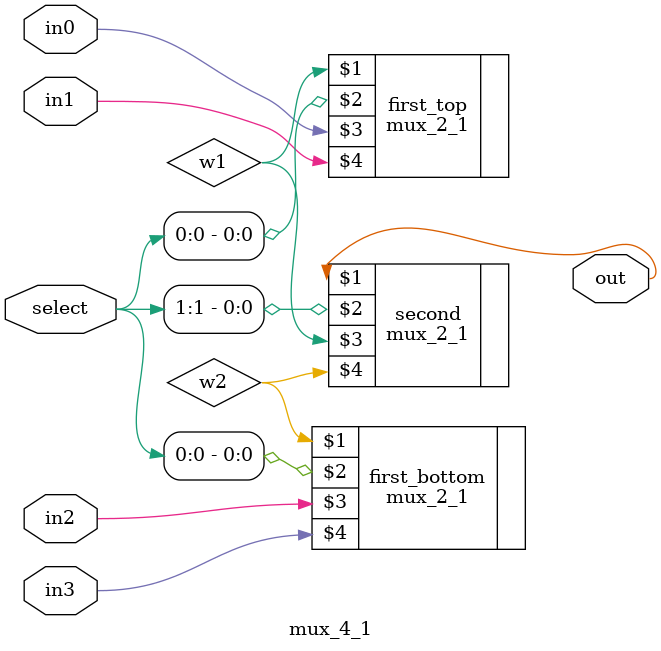
<source format=v>
module mux_4_1(out,select,in0,in1,in2,in3);
    input [1:0] select;
    input in0, in1, in2, in3;
    output out;
    wire w1,w2;

    mux_2_1 first_top(w1,select[0],in0,in1);
    mux_2_1 first_bottom(w2,select[0],in2,in3);
    mux_2_1 second(out,select[1],w1,w2);

endmodule
</source>
